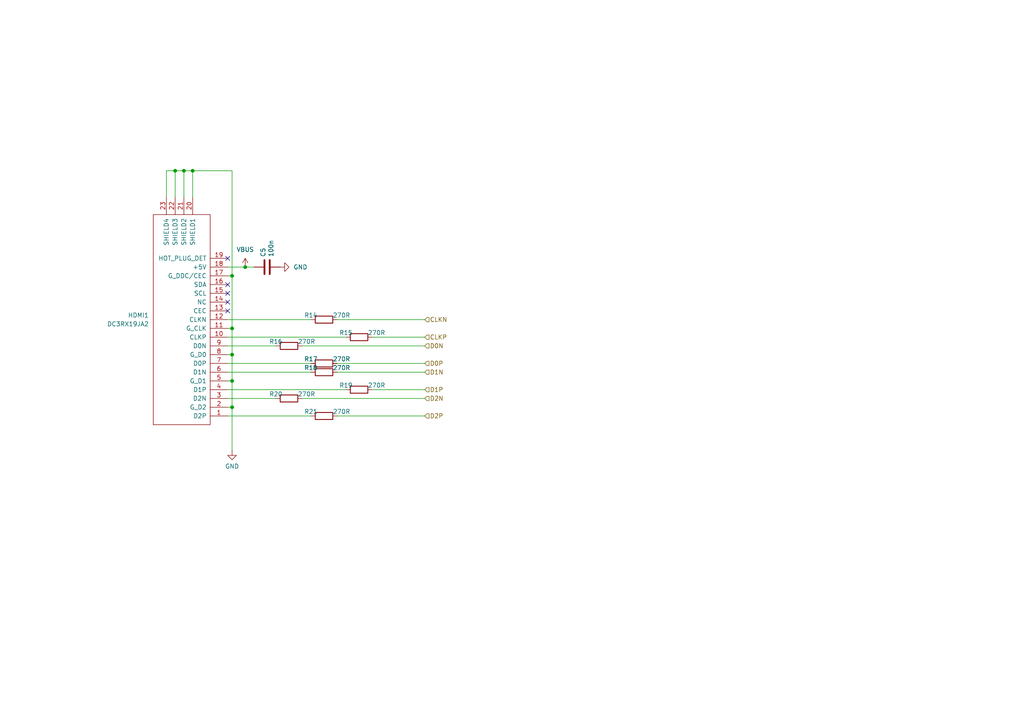
<source format=kicad_sch>
(kicad_sch (version 20250114) (generator "eeschema") (generator_version "9.0")
  (paper "A4")
  (title_block (title "FRANK RM1Z") (date "2025-03-06") (rev "1.00") (company "Mikhail Matveev") (comment 1 "https://github.com/xtremespb/frank"))
  (lib_symbols
    (symbol "Device:C" (pin_numbers (hide yes)) (pin_names (offset 0.254))
      (property "Reference" "C" (at 0.635 2.54 0))
      (property "Value" "C" (at 0.635 -2.54 0))
      (symbol "C_0_1"
        (polyline (pts (xy -2.032 0.762) (xy 2.032 0.762)) (stroke (width 0.508)))
        (polyline (pts (xy -2.032 -0.762) (xy 2.032 -0.762)) (stroke (width 0.508)))
      )
      (symbol "C_1_1"
        (pin passive line (at 0 3.81 270) (length 2.794) (name "~") (number "1"))
        (pin passive line (at 0 -3.81 90) (length 2.794) (name "~") (number "2"))
      )
    )
    (symbol "Device:R" (pin_numbers (hide yes)) (pin_names (offset 0))
      (property "Reference" "R" (at 2.032 0 90))
      (property "Value" "R" (at 0 0 90))
      (symbol "R_0_1"
        (rectangle (start -1.016 -2.54) (end 1.016 2.54) (stroke (width 0.254)))
      )
      (symbol "R_1_1"
        (pin passive line (at 0 3.81 270) (length 1.27) (name "~") (number "1"))
        (pin passive line (at 0 -3.81 90) (length 1.27) (name "~") (number "2"))
      )
    )
    (symbol "FRANK:HDMI" (pin_names (offset 1.016))
      (property "Reference" "HDMI1" (at 12.7 -16.5101 0))
      (property "Value" "HDMI" (at 12.7 -13.9701 0))
      (symbol "HDMI_0_1"
        (rectangle (start -5.08 15.24) (end 11.43 -45.72))
      )
      (symbol "HDMI_1_1"
        (pin input line (at -10.16 12.7 0) (length 5.08) (name "D2P") (number "1"))
        (pin input line (at -10.16 10.16 0) (length 5.08) (name "G_D2") (number "2"))
        (pin input line (at -10.16 7.62 0) (length 5.08) (name "D2N") (number "3"))
        (pin input line (at -10.16 5.08 0) (length 5.08) (name "D1P") (number "4"))
        (pin input line (at -10.16 2.54 0) (length 5.08) (name "G_D1") (number "5"))
        (pin input line (at -10.16 0 0) (length 5.08) (name "D1N") (number "6"))
        (pin input line (at -10.16 -2.54 0) (length 5.08) (name "D0P") (number "7"))
        (pin input line (at -10.16 -5.08 0) (length 5.08) (name "G_D0") (number "8"))
        (pin input line (at -10.16 -7.62 0) (length 5.08) (name "D0N") (number "9"))
        (pin input line (at -10.16 -10.16 0) (length 5.08) (name "CLKP") (number "10"))
        (pin input line (at -10.16 -12.7 0) (length 5.08) (name "G_CLK") (number "11"))
        (pin input line (at -10.16 -15.24 0) (length 5.08) (name "CLKN") (number "12"))
        (pin input line (at -10.16 -17.78 0) (length 5.08) (name "CEC") (number "13"))
        (pin input line (at -10.16 -20.32 0) (length 5.08) (name "NC") (number "14"))
        (pin input line (at -10.16 -22.86 0) (length 5.08) (name "SCL") (number "15"))
        (pin input line (at -10.16 -25.4 0) (length 5.08) (name "SDA") (number "16"))
        (pin input line (at -10.16 -27.94 0) (length 5.08) (name "G_DDC/CEC") (number "17"))
        (pin input line (at -10.16 -30.48 0) (length 5.08) (name "+5V") (number "18"))
        (pin input line (at -10.16 -33.02 0) (length 5.08) (name "HOT_PLUG_DET") (number "19"))
        (pin input line (at 0 -50.8 90) (length 5.08) (name "SHIELD1") (number "20"))
        (pin input line (at 2.54 -50.8 90) (length 5.08) (name "SHIELD2") (number "21"))
        (pin input line (at 5.08 -50.8 90) (length 5.08) (name "SHIELD3") (number "22"))
        (pin input line (at 7.62 -50.8 90) (length 5.08) (name "SHIELD4") (number "23"))
      )
    )
    (symbol "GND_1" (power) (pin_numbers (hide yes)) (pin_names (offset 0) (hide yes))
      (property "Value" "GND" (at 0 -3.81 0))
      (symbol "GND_1_0_1"
        (polyline (pts (xy 0 0) (xy 0 -1.27) (xy 1.27 -1.27) (xy 0 -2.54) (xy -1.27 -1.27) (xy 0 -1.27)))
      )
      (symbol "GND_1_1_1"
        (pin power_in line (at 0 0 270) (length 0) (name "~") (number "1"))
      )
    )
    (symbol "power:GND" (power) (pin_numbers (hide yes)) (pin_names (offset 0) (hide yes))
      (property "Value" "GND" (at 0 -3.81 0))
      (symbol "GND_0_1"
        (polyline (pts (xy 0 0) (xy 0 -1.27) (xy 1.27 -1.27) (xy 0 -2.54) (xy -1.27 -1.27) (xy 0 -1.27)))
      )
      (symbol "GND_1_1"
        (pin power_in line (at 0 0 270) (length 0) (name "~") (number "1"))
      )
    )
    (symbol "power:VBUS" (power) (pin_numbers (hide yes)) (pin_names (offset 0) (hide yes))
      (property "Value" "VBUS" (at 0 3.556 0))
      (symbol "VBUS_0_1"
        (polyline (pts (xy -0.762 1.27) (xy 0 2.54)))
        (polyline (pts (xy 0 2.54) (xy 0.762 1.27)))
        (polyline (pts (xy 0 0) (xy 0 2.54)))
      )
      (symbol "VBUS_1_1"
        (pin power_in line (at 0 0 90) (length 0) (name "~") (number "1"))
      )
    )
  )
  (junction (at 71.12 77.47))
  (junction (at 67.31 110.49))
  (junction (at 50.8 49.53))
  (junction (at 67.31 80.01))
  (junction (at 67.31 95.25))
  (junction (at 67.31 118.11))
  (junction (at 55.88 49.53))
  (junction (at 67.31 102.87))
  (junction (at 53.34 49.53))
  (no_connect (at 66.04 90.17))
  (no_connect (at 66.04 85.09))
  (no_connect (at 66.04 87.63))
  (no_connect (at 66.04 74.93))
  (no_connect (at 66.04 82.55))
  (wire (pts (xy 66.04 95.25) (xy 67.31 95.25)))
  (wire (pts (xy 67.31 110.49) (xy 67.31 118.11)))
  (wire (pts (xy 66.04 105.41) (xy 90.17 105.41)))
  (wire (pts (xy 87.63 115.57) (xy 123.19 115.57)))
  (wire (pts (xy 66.04 120.65) (xy 90.17 120.65)))
  (wire (pts (xy 66.04 102.87) (xy 67.31 102.87)))
  (wire (pts (xy 67.31 49.53) (xy 55.88 49.53)))
  (wire (pts (xy 53.34 49.53) (xy 53.34 57.15)))
  (wire (pts (xy 87.63 100.33) (xy 123.19 100.33)))
  (wire (pts (xy 55.88 49.53) (xy 53.34 49.53)))
  (wire (pts (xy 107.95 113.03) (xy 123.19 113.03)))
  (wire (pts (xy 67.31 102.87) (xy 67.31 110.49)))
  (wire (pts (xy 67.31 95.25) (xy 67.31 102.87)))
  (wire (pts (xy 97.79 107.95) (xy 123.19 107.95)))
  (wire (pts (xy 50.8 49.53) (xy 50.8 57.15)))
  (wire (pts (xy 66.04 92.71) (xy 90.17 92.71)))
  (wire (pts (xy 66.04 77.47) (xy 71.12 77.47)))
  (wire (pts (xy 66.04 113.03) (xy 100.33 113.03)))
  (wire (pts (xy 66.04 118.11) (xy 67.31 118.11)))
  (wire (pts (xy 67.31 118.11) (xy 67.31 130.81)))
  (wire (pts (xy 97.79 92.71) (xy 123.19 92.71)))
  (wire (pts (xy 97.79 105.41) (xy 123.19 105.41)))
  (wire (pts (xy 67.31 95.25) (xy 67.31 80.01)))
  (wire (pts (xy 50.8 49.53) (xy 48.26 49.53)))
  (wire (pts (xy 66.04 110.49) (xy 67.31 110.49)))
  (wire (pts (xy 66.04 80.01) (xy 67.31 80.01)))
  (wire (pts (xy 66.04 97.79) (xy 100.33 97.79)))
  (wire (pts (xy 67.31 80.01) (xy 67.31 49.53)))
  (wire (pts (xy 71.12 77.47) (xy 73.66 77.47)))
  (wire (pts (xy 107.95 97.79) (xy 123.19 97.79)))
  (wire (pts (xy 66.04 115.57) (xy 80.01 115.57)))
  (wire (pts (xy 53.34 49.53) (xy 50.8 49.53)))
  (wire (pts (xy 66.04 107.95) (xy 90.17 107.95)))
  (wire (pts (xy 48.26 49.53) (xy 48.26 57.15)))
  (wire (pts (xy 55.88 49.53) (xy 55.88 57.15)))
  (wire (pts (xy 97.79 120.65) (xy 123.19 120.65)))
  (wire (pts (xy 66.04 100.33) (xy 80.01 100.33)))
  (hierarchical_label "D2P" (shape input) (at 123.19 120.65 0))
  (hierarchical_label "CLKP" (shape input) (at 123.19 97.79 0))
  (hierarchical_label "D2N" (shape input) (at 123.19 115.57 0))
  (hierarchical_label "CLKN" (shape input) (at 123.19 92.71 0))
  (hierarchical_label "D0P" (shape input) (at 123.19 105.41 0))
  (hierarchical_label "D1P" (shape input) (at 123.19 113.03 0))
  (hierarchical_label "D0N" (shape input) (at 123.19 100.33 0))
  (hierarchical_label "D1N" (shape input) (at 123.19 107.95 0))
  (symbol (lib_id "Device:R") (at 93.98 105.41 90) (unit 1)
    (property "Reference" "R17" (at 90.17 104.14 90))
    (property "Value" "270R" (at 99.06 104.14 90))
    (property "Footprint" "FRANK:Resistor (0805)" (effects (hide yes)))
    (property "Datasheet" "https://www.vishay.com/docs/28952/mcs0402at-mct0603at-mcu0805at-mca1206at.pdf" (effects (hide yes)))
    (property "AliExpress" "https://www.aliexpress.com/item/1005005945735199.html" (effects (hide yes)))
  )
  (symbol (lib_id "Device:R") (at 104.14 113.03 90) (unit 1)
    (property "Reference" "R19" (at 100.33 111.76 90))
    (property "Value" "270R" (at 109.22 111.76 90))
    (property "Footprint" "FRANK:Resistor (0805)" (effects (hide yes)))
    (property "Datasheet" "https://www.vishay.com/docs/28952/mcs0402at-mct0603at-mcu0805at-mca1206at.pdf" (effects (hide yes)))
    (property "AliExpress" "https://www.aliexpress.com/item/1005005945735199.html" (effects (hide yes)))
  )
  (symbol (lib_id "Device:R") (at 93.98 92.71 90) (unit 1)
    (property "Reference" "R14" (at 90.17 91.44 90))
    (property "Value" "270R" (at 99.06 91.44 90))
    (property "Footprint" "FRANK:Resistor (0805)" (effects (hide yes)))
    (property "Datasheet" "https://www.vishay.com/docs/28952/mcs0402at-mct0603at-mcu0805at-mca1206at.pdf" (effects (hide yes)))
    (property "AliExpress" "https://www.aliexpress.com/item/1005005945735199.html" (effects (hide yes)))
  )
  (symbol (lib_id "power:VBUS") (at 71.12 77.47 0) (unit 1)
    (property "Reference" "#PWR036" (effects (hide yes)))
    (property "Value" "VBUS" (at 71.12 72.39 0))
    (property "Description" "Power symbol creates a global label with name \"VBUS\"" (effects (hide yes)))
  )
  (symbol (lib_id "Device:R") (at 93.98 107.95 90) (unit 1)
    (property "Reference" "R18" (at 90.17 106.68 90))
    (property "Value" "270R" (at 99.06 106.68 90))
    (property "Footprint" "FRANK:Resistor (0805)" (effects (hide yes)))
    (property "Datasheet" "https://www.vishay.com/docs/28952/mcs0402at-mct0603at-mcu0805at-mca1206at.pdf" (effects (hide yes)))
    (property "AliExpress" "https://www.aliexpress.com/item/1005005945735199.html" (effects (hide yes)))
  )
  (symbol (lib_id "Device:C") (at 77.47 77.47 90) (unit 1)
    (property "Reference" "C5" (at 76.3016 74.549 0) (effects (justify left)))
    (property "Value" "100n" (at 78.613 74.549 0) (effects (justify left)))
    (property "Footprint" "FRANK:Capacitor (0805)" (effects (hide yes)))
    (property "Datasheet" "https://eu.mouser.com/datasheet/2/40/KGM_X7R-3223212.pdf" (effects (hide yes)))
    (property "AliExpress" "https://www.aliexpress.com/item/33008008276.html" (effects (hide yes)))
  )
  (symbol (lib_id "Device:R") (at 83.82 100.33 90) (unit 1)
    (property "Reference" "R16" (at 80.01 99.06 90))
    (property "Value" "270R" (at 88.9 99.06 90))
    (property "Footprint" "FRANK:Resistor (0805)" (effects (hide yes)))
    (property "Datasheet" "https://www.vishay.com/docs/28952/mcs0402at-mct0603at-mcu0805at-mca1206at.pdf" (effects (hide yes)))
    (property "AliExpress" "https://www.aliexpress.com/item/1005005945735199.html" (effects (hide yes)))
  )
  (symbol (lib_id "power:GND") (at 67.31 130.81 0) (unit 1)
    (property "Reference" "#PWR038" (effects (hide yes)))
    (property "Value" "GND" (at 67.31 135.2534 0))
    (property "Description" "Power symbol creates a global label with name \"GND\" , ground" (effects (hide yes)))
  )
  (symbol (lib_name "GND_1") (lib_id "power:GND") (at 81.28 77.47 90) (unit 1)
    (property "Reference" "#PWR037" (effects (hide yes)))
    (property "Value" "GND" (at 85.09 77.4699 90) (effects (justify right)))
    (property "Description" "Power symbol creates a global label with name \"GND\" , ground" (effects (hide yes)))
  )
  (symbol (lib_id "Device:R") (at 104.14 97.79 90) (unit 1)
    (property "Reference" "R15" (at 100.33 96.52 90))
    (property "Value" "270R" (at 109.22 96.52 90))
    (property "Footprint" "FRANK:Resistor (0805)" (effects (hide yes)))
    (property "Datasheet" "https://www.vishay.com/docs/28952/mcs0402at-mct0603at-mcu0805at-mca1206at.pdf" (effects (hide yes)))
    (property "AliExpress" "https://www.aliexpress.com/item/1005005945735199.html" (effects (hide yes)))
  )
  (symbol (lib_id "FRANK:HDMI") (at 55.88 107.95 180) (unit 1)
    (property "Reference" "HDMI1" (at 43.18 91.4399 0) (effects (justify left)))
    (property "Value" "DC3RX19JA2" (at 43.18 93.9799 0) (effects (justify left)))
    (property "Footprint" "FRANK:HDMI (female)" (effects (hide yes)))
    (property "Datasheet" "https://www.mouser.com/datasheet/2/206/B_0233_2E_DC3-784461.pdf?srsltid=AfmBOopfNOwkdmYR2Zf10LYIa6wS_lfZGGRTVzb0297kvAyc-1zmhqWc" (effects (hide yes)))
    (property "AliExpress" "https://www.aliexpress.com/item/1005005248842433.html" (effects (hide yes)))
  )
  (symbol (lib_id "Device:R") (at 93.98 120.65 90) (unit 1)
    (property "Reference" "R21" (at 90.17 119.38 90))
    (property "Value" "270R" (at 99.06 119.38 90))
    (property "Footprint" "FRANK:Resistor (0805)" (effects (hide yes)))
    (property "Datasheet" "https://www.vishay.com/docs/28952/mcs0402at-mct0603at-mcu0805at-mca1206at.pdf" (effects (hide yes)))
    (property "AliExpress" "https://www.aliexpress.com/item/1005005945735199.html" (effects (hide yes)))
  )
  (symbol (lib_id "Device:R") (at 83.82 115.57 90) (unit 1)
    (property "Reference" "R20" (at 80.01 114.3 90))
    (property "Value" "270R" (at 88.9 114.3 90))
    (property "Footprint" "FRANK:Resistor (0805)" (effects (hide yes)))
    (property "Datasheet" "https://www.vishay.com/docs/28952/mcs0402at-mct0603at-mcu0805at-mca1206at.pdf" (effects (hide yes)))
    (property "AliExpress" "https://www.aliexpress.com/item/1005005945735199.html" (effects (hide yes)))
  )
)
</source>
